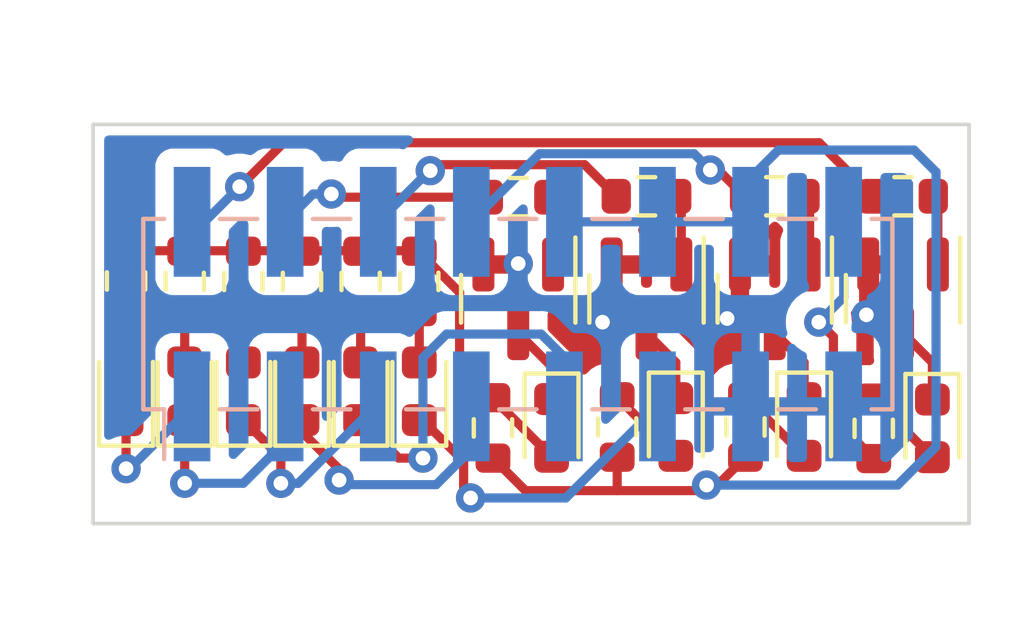
<source format=kicad_pcb>
(kicad_pcb (version 20221018) (generator pcbnew)
  (layers (0 "F.Cu" signal) (31 "B.Cu" signal) (34 "B.Paste" user) (35 "F.Paste" user) (36 "B.SilkS" user "B.Silkscreen") (37 "F.SilkS" user "F.Silkscreen") (38 "B.Mask" user) (39 "F.Mask" user) (44 "Edge.Cuts" user))
  (net 0 "")
  (net 1 "D1")
  (net 2 "Net-(D1-A)")
  (net 3 "Net-(D2-K)")
  (net 4 "Net-(D2-A)")
  (net 5 "Net-(D3-K)")
  (net 6 "Net-(D3-A)")
  (net 7 "Net-(D4-K)")
  (net 8 "Net-(D4-A)")
  (net 9 "D2")
  (net 10 "Net-(D5-A)")
  (net 11 "D3")
  (net 12 "Net-(D6-A)")
  (net 13 "D4")
  (net 14 "Net-(D7-A)")
  (net 15 "D5")
  (net 16 "Net-(D8-A)")
  (net 17 "D6")
  (net 18 "Net-(D9-A)")
  (net 19 "Net-(D10-K)")
  (net 20 "Net-(D10-A)")
  (net 21 "LAMP")
  (net 22 "M1")
  (net 23 "M2")
  (net 24 "M3")
  (net 25 "+5V")
  (net 26 "GND")
  (net 27 "+12V")
  (net 28 "Net-(Q1-G)")
  (net 29 "Net-(Q2-G)")
  (net 30 "Net-(Q3-G)")
  (net 31 "Net-(Q4-G)")
  (footprint "LED_SMD:LED_0603_1608Metric" (layer "F.Cu") (at 150.8 101.0875 90)
    (fp_text reference "D8" hide)
    (fp_text value "LED")
    (fp_line (start -1.485 -0.735) (end -1.485 0.735) (stroke (width 0.12)) (layer "F.SilkS"))
    (fp_line (start -1.485 0.735) (end 0.8 0.735) (stroke (width 0.12)) (layer "F.SilkS"))
    (fp_line (start 0.8 -0.735) (end -1.485 -0.735) (stroke (width 0.12)) (layer "F.SilkS"))
    (pad "1" smd roundrect (at -0.7875 0 90) (size 0.875 0.95) (layers "F.Cu" "F.Paste" "F.Mask") (net 15 "D5"))
    (pad "2" smd roundrect (at 0.7875 0 90) (size 0.875 0.95) (layers "F.Cu" "F.Paste" "F.Mask") (net 16 "Net-(D8-A)"))
  )
  (footprint "Resistor_SMD:R_0603_1608Metric" (layer "F.Cu") (at 147.6 98.0875 -90)
    (fp_text reference "R7" hide)
    (fp_text value "1k")
    (fp_line (start -0.237258 -0.5225) (end 0.237258 -0.5225) (stroke (width 0.12)) (layer "F.SilkS"))
    (fp_line (start -0.237258 0.5225) (end 0.237258 0.5225) (stroke (width 0.12)) (layer "F.SilkS"))
    (pad "1" smd roundrect (at -0.825 0 270) (size 0.8 0.95) (layers "F.Cu" "F.Paste" "F.Mask") (net 25 "+5V"))
    (pad "2" smd roundrect (at 0.825 0 270) (size 0.8 0.95) (layers "F.Cu" "F.Paste" "F.Mask") (net 12 "Net-(D6-A)"))
  )
  (footprint "Package_TO_SOT_SMD:SOT-23" (layer "F.Cu") (at 158.6 98.5625 -90)
    (fp_text reference "Q2" hide)
    (fp_text value "2N7002")
    (fp_line (start 0 -1.56) (end -1.675 -1.56) (stroke (width 0.12)) (layer "F.SilkS"))
    (fp_line (start 0 -1.56) (end 0.65 -1.56) (stroke (width 0.12)) (layer "F.SilkS"))
    (fp_line (start 0 1.56) (end -0.65 1.56) (stroke (width 0.12)) (layer "F.SilkS"))
    (fp_line (start 0 1.56) (end 0.65 1.56) (stroke (width 0.12)) (layer "F.SilkS"))
    (pad "1" smd roundrect (at -0.9375 -0.95 270) (size 1.475 0.6) (layers "F.Cu" "F.Paste" "F.Mask") (net 29 "Net-(Q2-G)"))
    (pad "2" smd roundrect (at -0.9375 0.95 270) (size 1.475 0.6) (layers "F.Cu" "F.Paste" "F.Mask") (net 26 "GND"))
    (pad "3" smd roundrect (at 0.9375 0 270) (size 1.475 0.6) (layers "F.Cu" "F.Paste" "F.Mask") (net 5 "Net-(D3-K)"))
  )
  (footprint "Package_TO_SOT_SMD:SOT-23" (layer "F.Cu") (at 165.6 98.5625 -90)
    (fp_text reference "Q4" hide)
    (fp_text value "2N7002")
    (fp_line (start 0 -1.56) (end -1.675 -1.56) (stroke (width 0.12)) (layer "F.SilkS"))
    (fp_line (start 0 -1.56) (end 0.65 -1.56) (stroke (width 0.12)) (layer "F.SilkS"))
    (fp_line (start 0 1.56) (end -0.65 1.56) (stroke (width 0.12)) (layer "F.SilkS"))
    (fp_line (start 0 1.56) (end 0.65 1.56) (stroke (width 0.12)) (layer "F.SilkS"))
    (pad "1" smd roundrect (at -0.9375 -0.95 270) (size 1.475 0.6) (layers "F.Cu" "F.Paste" "F.Mask") (net 31 "Net-(Q4-G)"))
    (pad "2" smd roundrect (at -0.9375 0.95 270) (size 1.475 0.6) (layers "F.Cu" "F.Paste" "F.Mask") (net 26 "GND"))
    (pad "3" smd roundrect (at 0.9375 0 270) (size 1.475 0.6) (layers "F.Cu" "F.Paste" "F.Mask") (net 19 "Net-(D10-K)"))
  )
  (footprint "LED_SMD:LED_0603_1608Metric" (layer "F.Cu") (at 152.4 101.0875 90)
    (fp_text reference "D9" hide)
    (fp_text value "LED")
    (fp_line (start -1.485 -0.735) (end -1.485 0.735) (stroke (width 0.12)) (layer "F.SilkS"))
    (fp_line (start -1.485 0.735) (end 0.8 0.735) (stroke (width 0.12)) (layer "F.SilkS"))
    (fp_line (start 0.8 -0.735) (end -1.485 -0.735) (stroke (width 0.12)) (layer "F.SilkS"))
    (pad "1" smd roundrect (at -0.7875 0 90) (size 0.875 0.95) (layers "F.Cu" "F.Paste" "F.Mask") (net 17 "D6"))
    (pad "2" smd roundrect (at 0.7875 0 90) (size 0.875 0.95) (layers "F.Cu" "F.Paste" "F.Mask") (net 18 "Net-(D9-A)"))
  )
  (footprint "Resistor_SMD:R_0603_1608Metric" (layer "F.Cu") (at 161.3 102.0625 90)
    (fp_text reference "R13" hide)
    (fp_text value "1k")
    (fp_line (start -0.237258 -0.5225) (end 0.237258 -0.5225) (stroke (width 0.12)) (layer "F.SilkS"))
    (fp_line (start -0.237258 0.5225) (end 0.237258 0.5225) (stroke (width 0.12)) (layer "F.SilkS"))
    (pad "1" smd roundrect (at -0.825 0 90) (size 0.8 0.95) (layers "F.Cu" "F.Paste" "F.Mask") (net 25 "+5V"))
    (pad "2" smd roundrect (at 0.825 0 90) (size 0.8 0.95) (layers "F.Cu" "F.Paste" "F.Mask") (net 8 "Net-(D4-A)"))
  )
  (footprint "Resistor_SMD:R_0603_1608Metric" (layer "F.Cu") (at 152.4 98.0875 -90)
    (fp_text reference "R10" hide)
    (fp_text value "1k")
    (fp_line (start -0.237258 -0.5225) (end 0.237258 -0.5225) (stroke (width 0.12)) (layer "F.SilkS"))
    (fp_line (start -0.237258 0.5225) (end 0.237258 0.5225) (stroke (width 0.12)) (layer "F.SilkS"))
    (pad "1" smd roundrect (at -0.825 0 270) (size 0.8 0.95) (layers "F.Cu" "F.Paste" "F.Mask") (net 25 "+5V"))
    (pad "2" smd roundrect (at 0.825 0 270) (size 0.8 0.95) (layers "F.Cu" "F.Paste" "F.Mask") (net 18 "Net-(D9-A)"))
  )
  (footprint "LED_SMD:LED_0603_1608Metric" (layer "F.Cu") (at 147.6 101.0875 90)
    (fp_text reference "D6" hide)
    (fp_text value "LED")
    (fp_line (start -1.485 -0.735) (end -1.485 0.735) (stroke (width 0.12)) (layer "F.SilkS"))
    (fp_line (start -1.485 0.735) (end 0.8 0.735) (stroke (width 0.12)) (layer "F.SilkS"))
    (fp_line (start 0.8 -0.735) (end -1.485 -0.735) (stroke (width 0.12)) (layer "F.SilkS"))
    (pad "1" smd roundrect (at -0.7875 0 90) (size 0.875 0.95) (layers "F.Cu" "F.Paste" "F.Mask") (net 11 "D3"))
    (pad "2" smd roundrect (at 0.7875 0 90) (size 0.875 0.95) (layers "F.Cu" "F.Paste" "F.Mask") (net 12 "Net-(D6-A)"))
  )
  (footprint "Resistor_SMD:R_0603_1608Metric" (layer "F.Cu") (at 155.11 95.7875)
    (fp_text reference "R2" hide)
    (fp_text value "100")
    (fp_line (start -0.237258 -0.5225) (end 0.237258 -0.5225) (stroke (width 0.12)) (layer "F.SilkS"))
    (fp_line (start -0.237258 0.5225) (end 0.237258 0.5225) (stroke (width 0.12)) (layer "F.SilkS"))
    (pad "1" smd roundrect (at -0.825 0) (size 0.8 0.95) (layers "F.Cu" "F.Paste" "F.Mask") (net 22 "M1"))
    (pad "2" smd roundrect (at 0.825 0) (size 0.8 0.95) (layers "F.Cu" "F.Paste" "F.Mask") (net 28 "Net-(Q1-G)"))
  )
  (footprint "LED_SMD:LED_0603_1608Metric" (layer "F.Cu") (at 149.2 101.0875 90)
    (fp_text reference "D7" hide)
    (fp_text value "LED")
    (fp_line (start -1.485 -0.735) (end -1.485 0.735) (stroke (width 0.12)) (layer "F.SilkS"))
    (fp_line (start -1.485 0.735) (end 0.8 0.735) (stroke (width 0.12)) (layer "F.SilkS"))
    (fp_line (start 0.8 -0.735) (end -1.485 -0.735) (stroke (width 0.12)) (layer "F.SilkS"))
    (pad "1" smd roundrect (at -0.7875 0 90) (size 0.875 0.95) (layers "F.Cu" "F.Paste" "F.Mask") (net 13 "D4"))
    (pad "2" smd roundrect (at 0.7875 0 90) (size 0.875 0.95) (layers "F.Cu" "F.Paste" "F.Mask") (net 14 "Net-(D7-A)"))
  )
  (footprint "Resistor_SMD:R_0603_1608Metric" (layer "F.Cu") (at 154.41 102.0875 90)
    (fp_text reference "R11" hide)
    (fp_text value "1k")
    (fp_line (start -0.237258 -0.5225) (end 0.237258 -0.5225) (stroke (width 0.12)) (layer "F.SilkS"))
    (fp_line (start -0.237258 0.5225) (end 0.237258 0.5225) (stroke (width 0.12)) (layer "F.SilkS"))
    (pad "1" smd roundrect (at -0.825 0 90) (size 0.8 0.95) (layers "F.Cu" "F.Paste" "F.Mask") (net 25 "+5V"))
    (pad "2" smd roundrect (at 0.825 0 90) (size 0.8 0.95) (layers "F.Cu" "F.Paste" "F.Mask") (net 4 "Net-(D2-A)"))
  )
  (footprint "Resistor_SMD:R_0603_1608Metric" (layer "F.Cu") (at 158.6 95.7625)
    (fp_text reference "R3" hide)
    (fp_text value "100")
    (fp_line (start -0.237258 -0.5225) (end 0.237258 -0.5225) (stroke (width 0.12)) (layer "F.SilkS"))
    (fp_line (start -0.237258 0.5225) (end 0.237258 0.5225) (stroke (width 0.12)) (layer "F.SilkS"))
    (pad "1" smd roundrect (at -0.825 0) (size 0.8 0.95) (layers "F.Cu" "F.Paste" "F.Mask") (net 23 "M2"))
    (pad "2" smd roundrect (at 0.825 0) (size 0.8 0.95) (layers "F.Cu" "F.Paste" "F.Mask") (net 29 "Net-(Q2-G)"))
  )
  (footprint "Resistor_SMD:R_0603_1608Metric" (layer "F.Cu") (at 164.8 102.1 90)
    (fp_text reference "R14" hide)
    (fp_text value "2.2k")
    (fp_line (start -0.237258 -0.5225) (end 0.237258 -0.5225) (stroke (width 0.12)) (layer "F.SilkS"))
    (fp_line (start -0.237258 0.5225) (end 0.237258 0.5225) (stroke (width 0.12)) (layer "F.SilkS"))
    (pad "1" smd roundrect (at -0.825 0 90) (size 0.8 0.95) (layers "F.Cu" "F.Paste" "F.Mask") (net 27 "+12V"))
    (pad "2" smd roundrect (at 0.825 0 90) (size 0.8 0.95) (layers "F.Cu" "F.Paste" "F.Mask") (net 20 "Net-(D10-A)"))
  )
  (footprint "Resistor_SMD:R_0603_1608Metric" (layer "F.Cu") (at 150.8 98.0875 -90)
    (fp_text reference "R9" hide)
    (fp_text value "1k")
    (fp_line (start -0.237258 -0.5225) (end 0.237258 -0.5225) (stroke (width 0.12)) (layer "F.SilkS"))
    (fp_line (start -0.237258 0.5225) (end 0.237258 0.5225) (stroke (width 0.12)) (layer "F.SilkS"))
    (pad "1" smd roundrect (at -0.825 0 270) (size 0.8 0.95) (layers "F.Cu" "F.Paste" "F.Mask") (net 25 "+5V"))
    (pad "2" smd roundrect (at 0.825 0 270) (size 0.8 0.95) (layers "F.Cu" "F.Paste" "F.Mask") (net 16 "Net-(D8-A)"))
  )
  (footprint "Resistor_SMD:R_0603_1608Metric" (layer "F.Cu") (at 162.1 95.7625)
    (fp_text reference "R4" hide)
    (fp_text value "100")
    (fp_line (start -0.237258 -0.5225) (end 0.237258 -0.5225) (stroke (width 0.12)) (layer "F.SilkS"))
    (fp_line (start -0.237258 0.5225) (end 0.237258 0.5225) (stroke (width 0.12)) (layer "F.SilkS"))
    (pad "1" smd roundrect (at -0.825 0) (size 0.8 0.95) (layers "F.Cu" "F.Paste" "F.Mask") (net 24 "M3"))
    (pad "2" smd roundrect (at 0.825 0) (size 0.8 0.95) (layers "F.Cu" "F.Paste" "F.Mask") (net 30 "Net-(Q3-G)"))
  )
  (footprint "LED_SMD:LED_0603_1608Metric" (layer "F.Cu") (at 166.4 102.1 -90)
    (fp_text reference "D10" hide)
    (fp_text value "LED")
    (fp_line (start -1.485 -0.735) (end -1.485 0.735) (stroke (width 0.12)) (layer "F.SilkS"))
    (fp_line (start -1.485 0.735) (end 0.8 0.735) (stroke (width 0.12)) (layer "F.SilkS"))
    (fp_line (start 0.8 -0.735) (end -1.485 -0.735) (stroke (width 0.12)) (layer "F.SilkS"))
    (pad "1" smd roundrect (at -0.7875 0 270) (size 0.875 0.95) (layers "F.Cu" "F.Paste" "F.Mask") (net 19 "Net-(D10-K)"))
    (pad "2" smd roundrect (at 0.7875 0 270) (size 0.875 0.95) (layers "F.Cu" "F.Paste" "F.Mask") (net 20 "Net-(D10-A)"))
  )
  (footprint "Resistor_SMD:R_0603_1608Metric" (layer "F.Cu") (at 165.6 95.7625)
    (fp_text reference "R5" hide)
    (fp_text value "100")
    (fp_line (start -0.237258 -0.5225) (end 0.237258 -0.5225) (stroke (width 0.12)) (layer "F.SilkS"))
    (fp_line (start -0.237258 0.5225) (end 0.237258 0.5225) (stroke (width 0.12)) (layer "F.SilkS"))
    (pad "1" smd roundrect (at -0.825 0) (size 0.8 0.95) (layers "F.Cu" "F.Paste" "F.Mask") (net 21 "LAMP"))
    (pad "2" smd roundrect (at 0.825 0) (size 0.8 0.95) (layers "F.Cu" "F.Paste" "F.Mask") (net 31 "Net-(Q4-G)"))
  )
  (footprint "LED_SMD:LED_0603_1608Metric" (layer "F.Cu") (at 144.4 101.0875 90)
    (fp_text reference "D1" hide)
    (fp_text value "LED")
    (fp_line (start -1.485 -0.735) (end -1.485 0.735) (stroke (width 0.12)) (layer "F.SilkS"))
    (fp_line (start -1.485 0.735) (end 0.8 0.735) (stroke (width 0.12)) (layer "F.SilkS"))
    (fp_line (start 0.8 -0.735) (end -1.485 -0.735) (stroke (width 0.12)) (layer "F.SilkS"))
    (pad "1" smd roundrect (at -0.7875 0 90) (size 0.875 0.95) (layers "F.Cu" "F.Paste" "F.Mask") (net 1 "D1"))
    (pad "2" smd roundrect (at 0.7875 0 90) (size 0.875 0.95) (layers "F.Cu" "F.Paste" "F.Mask") (net 2 "Net-(D1-A)"))
  )
  (footprint "Resistor_SMD:R_0603_1608Metric" (layer "F.Cu") (at 157.8 102.0625 90)
    (fp_text reference "R12" hide)
    (fp_text value "1k")
    (fp_line (start -0.237258 -0.5225) (end 0.237258 -0.5225) (stroke (width 0.12)) (layer "F.SilkS"))
    (fp_line (start -0.237258 0.5225) (end 0.237258 0.5225) (stroke (width 0.12)) (layer "F.SilkS"))
    (pad "1" smd roundrect (at -0.825 0 90) (size 0.8 0.95) (layers "F.Cu" "F.Paste" "F.Mask") (net 25 "+5V"))
    (pad "2" smd roundrect (at 0.825 0 90) (size 0.8 0.95) (layers "F.Cu" "F.Paste" "F.Mask") (net 6 "Net-(D3-A)"))
  )
  (footprint "Resistor_SMD:R_0603_1608Metric" (layer "F.Cu") (at 144.4 98.075 -90)
    (fp_text reference "R1" hide)
    (fp_text value "1k")
    (fp_line (start -0.237258 -0.5225) (end 0.237258 -0.5225) (stroke (width 0.12)) (layer "F.SilkS"))
    (fp_line (start -0.237258 0.5225) (end 0.237258 0.5225) (stroke (width 0.12)) (layer "F.SilkS"))
    (pad "1" smd roundrect (at -0.825 0 270) (size 0.8 0.95) (layers "F.Cu" "F.Paste" "F.Mask") (net 25 "+5V"))
    (pad "2" smd roundrect (at 0.825 0 270) (size 0.8 0.95) (layers "F.Cu" "F.Paste" "F.Mask") (net 2 "Net-(D1-A)"))
  )
  (footprint "Package_TO_SOT_SMD:SOT-23" (layer "F.Cu") (at 162.1 98.5625 -90)
    (fp_text reference "Q3" hide)
    (fp_text value "2N7002")
    (fp_line (start 0 -1.56) (end -1.675 -1.56) (stroke (width 0.12)) (layer "F.SilkS"))
    (fp_line (start 0 -1.56) (end 0.65 -1.56) (stroke (width 0.12)) (layer "F.SilkS"))
    (fp_line (start 0 1.56) (end -0.65 1.56) (stroke (width 0.12)) (layer "F.SilkS"))
    (fp_line (start 0 1.56) (end 0.65 1.56) (stroke (width 0.12)) (layer "F.SilkS"))
    (pad "1" smd roundrect (at -0.9375 -0.95 270) (size 1.475 0.6) (layers "F.Cu" "F.Paste" "F.Mask") (net 30 "Net-(Q3-G)"))
    (pad "2" smd roundrect (at -0.9375 0.95 270) (size 1.475 0.6) (layers "F.Cu" "F.Paste" "F.Mask") (net 26 "GND"))
    (pad "3" smd roundrect (at 0.9375 0 270) (size 1.475 0.6) (layers "F.Cu" "F.Paste" "F.Mask") (net 7 "Net-(D4-K)"))
  )
  (footprint "Resistor_SMD:R_0603_1608Metric" (layer "F.Cu") (at 149.2 98.0875 -90)
    (fp_text reference "R8" hide)
    (fp_text value "1k")
    (fp_line (start -0.237258 -0.5225) (end 0.237258 -0.5225) (stroke (width 0.12)) (layer "F.SilkS"))
    (fp_line (start -0.237258 0.5225) (end 0.237258 0.5225) (stroke (width 0.12)) (layer "F.SilkS"))
    (pad "1" smd roundrect (at -0.825 0 270) (size 0.8 0.95) (layers "F.Cu" "F.Paste" "F.Mask") (net 25 "+5V"))
    (pad "2" smd roundrect (at 0.825 0 270) (size 0.8 0.95) (layers "F.Cu" "F.Paste" "F.Mask") (net 14 "Net-(D7-A)"))
  )
  (footprint "LED_SMD:LED_0603_1608Metric" (layer "F.Cu") (at 162.9 102.0625 -90)
    (fp_text reference "D4" hide)
    (fp_text value "LED")
    (fp_line (start -1.485 -0.735) (end -1.485 0.735) (stroke (width 0.12)) (layer "F.SilkS"))
    (fp_line (start -1.485 0.735) (end 0.8 0.735) (stroke (width 0.12)) (layer "F.SilkS"))
    (fp_line (start 0.8 -0.735) (end -1.485 -0.735) (stroke (width 0.12)) (layer "F.SilkS"))
    (pad "1" smd roundrect (at -0.7875 0 270) (size 0.875 0.95) (layers "F.Cu" "F.Paste" "F.Mask") (net 7 "Net-(D4-K)"))
    (pad "2" smd roundrect (at 0.7875 0 270) (size 0.875 0.95) (layers "F.Cu" "F.Paste" "F.Mask") (net 8 "Net-(D4-A)"))
  )
  (footprint "LED_SMD:LED_0603_1608Metric" (layer "F.Cu") (at 159.4 102.0625 -90)
    (fp_text reference "D3" hide)
    (fp_text value "LED")
    (fp_line (start -1.485 -0.735) (end -1.485 0.735) (stroke (width 0.12)) (layer "F.SilkS"))
    (fp_line (start -1.485 0.735) (end 0.8 0.735) (stroke (width 0.12)) (layer "F.SilkS"))
    (fp_line (start 0.8 -0.735) (end -1.485 -0.735) (stroke (width 0.12)) (layer "F.SilkS"))
    (pad "1" smd roundrect (at -0.7875 0 270) (size 0.875 0.95) (layers "F.Cu" "F.Paste" "F.Mask") (net 5 "Net-(D3-K)"))
    (pad "2" smd roundrect (at 0.7875 0 270) (size 0.875 0.95) (layers "F.Cu" "F.Paste" "F.Mask") (net 6 "Net-(D3-A)"))
  )
  (footprint "LED_SMD:LED_0603_1608Metric" (layer "F.Cu") (at 146 101.0875 90)
    (fp_text reference "D5" hide)
    (fp_text value "LED")
    (fp_line (start -1.485 -0.735) (end -1.485 0.735) (stroke (width 0.12)) (layer "F.SilkS"))
    (fp_line (start -1.485 0.735) (end 0.8 0.735) (stroke (width 0.12)) (layer "F.SilkS"))
    (fp_line (start 0.8 -0.735) (end -1.485 -0.735) (stroke (width 0.12)) (layer "F.SilkS"))
    (pad "1" smd roundrect (at -0.7875 0 90) (size 0.875 0.95) (layers "F.Cu" "F.Paste" "F.Mask") (net 9 "D2"))
    (pad "2" smd roundrect (at 0.7875 0 90) (size 0.875 0.95) (layers "F.Cu" "F.Paste" "F.Mask") (net 10 "Net-(D5-A)"))
  )
  (footprint "Package_TO_SOT_SMD:SOT-23" (layer "F.Cu") (at 155.1 98.5625 -90)
    (fp_text reference "Q1" hide)
    (fp_text value "2N7002")
    (fp_line (start 0 -1.56) (end -1.675 -1.56) (stroke (width 0.12)) (layer "F.SilkS"))
    (fp_line (start 0 -1.56) (end 0.65 -1.56) (stroke (width 0.12)) (layer "F.SilkS"))
    (fp_line (start 0 1.56) (end -0.65 1.56) (stroke (width 0.12)) (layer "F.SilkS"))
    (fp_line (start 0 1.56) (end 0.65 1.56) (stroke (width 0.12)) (layer "F.SilkS"))
    (pad "1" smd roundrect (at -0.9375 -0.95 270) (size 1.475 0.6) (layers "F.Cu" "F.Paste" "F.Mask") (net 28 "Net-(Q1-G)"))
    (pad "2" smd roundrect (at -0.9375 0.95 270) (size 1.475 0.6) (layers "F.Cu" "F.Paste" "F.Mask") (net 26 "GND"))
    (pad "3" smd roundrect (at 0.9375 0 270) (size 1.475 0.6) (layers "F.Cu" "F.Paste" "F.Mask") (net 3 "Net-(D2-K)"))
  )
  (footprint "Resistor_SMD:R_0603_1608Metric" (layer "F.Cu") (at 146 98.0875 -90)
    (fp_text reference "R6" hide)
    (fp_text value "1k")
    (fp_line (start -0.237258 -0.5225) (end 0.237258 -0.5225) (stroke (width 0.12)) (layer "F.SilkS"))
    (fp_line (start -0.237258 0.5225) (end 0.237258 0.5225) (stroke (width 0.12)) (layer "F.SilkS"))
    (pad "1" smd roundrect (at -0.825 0 270) (size 0.8 0.95) (layers "F.Cu" "F.Paste" "F.Mask") (net 25 "+5V"))
    (pad "2" smd roundrect (at 0.825 0 270) (size 0.8 0.95) (layers "F.Cu" "F.Paste" "F.Mask") (net 10 "Net-(D5-A)"))
  )
  (footprint "LED_SMD:LED_0603_1608Metric" (layer "F.Cu") (at 156.01 102.0875 -90)
    (fp_text reference "D2" hide)
    (fp_text value "LED")
    (fp_line (start -1.485 -0.735) (end -1.485 0.735) (stroke (width 0.12)) (layer "F.SilkS"))
    (fp_line (start -1.485 0.735) (end 0.8 0.735) (stroke (width 0.12)) (layer "F.SilkS"))
    (fp_line (start 0.8 -0.735) (end -1.485 -0.735) (stroke (width 0.12)) (layer "F.SilkS"))
    (pad "1" smd roundrect (at -0.7875 0 270) (size 0.875 0.95) (layers "F.Cu" "F.Paste" "F.Mask") (net 3 "Net-(D2-K)"))
    (pad "2" smd roundrect (at 0.7875 0 270) (size 0.875 0.95) (layers "F.Cu" "F.Paste" "F.Mask") (net 4 "Net-(D2-A)"))
  )
  (footprint "Connector_PinSocket_2.54mm:PinSocket_2x08_P2.54mm_Vertical_SMD" (layer "B.Cu") (at 155.09 98.98 -90)
    (fp_text reference "J1" hide)
    (fp_text value "Conn_02x08_Odd_Even")
    (fp_line (start -2.6 -10.22) (end 2.6 -10.22) (stroke (width 0.12)) (layer "B.SilkS"))
    (fp_line (start -2.6 -9.65) (end -2.6 -10.22) (stroke (width 0.12)) (layer "B.SilkS"))
    (fp_line (start -2.6 -7.11) (end -2.6 -8.13) (stroke (width 0.12)) (layer "B.SilkS"))
    (fp_line (start -2.6 -4.57) (end -2.6 -5.59) (stroke (width 0.12)) (layer "B.SilkS"))
    (fp_line (start -2.6 -2.03) (end -2.6 -3.05) (stroke (width 0.12)) (layer "B.SilkS"))
    (fp_line (start -2.6 0.51) (end -2.6 -0.51) (stroke (width 0.12)) (layer "B.SilkS"))
    (fp_line (start -2.6 3.05) (end -2.6 2.03) (stroke (width 0.12)) (layer "B.SilkS"))
    (fp_line (start -2.6 5.59) (end -2.6 4.57) (stroke (width 0.12)) (layer "B.SilkS"))
    (fp_line (start -2.6 8.13) (end -2.6 7.11) (stroke (width 0.12)) (layer "B.SilkS"))
    (fp_line (start -2.6 10.22) (end -2.6 9.65) (stroke (width 0.12)) (layer "B.SilkS"))
    (fp_line (start -2.6 10.22) (end 2.6 10.22) (stroke (width 0.12)) (layer "B.SilkS"))
    (fp_line (start 2.6 -9.65) (end 2.6 -10.22) (stroke (width 0.12)) (layer "B.SilkS"))
    (fp_line (start 2.6 -7.11) (end 2.6 -8.13) (stroke (width 0.12)) (layer "B.SilkS"))
    (fp_line (start 2.6 -4.57) (end 2.6 -5.59) (stroke (width 0.12)) (layer "B.SilkS"))
    (fp_line (start 2.6 -2.03) (end 2.6 -3.05) (stroke (width 0.12)) (layer "B.SilkS"))
    (fp_line (start 2.6 0.51) (end 2.6 -0.51) (stroke (width 0.12)) (layer "B.SilkS"))
    (fp_line (start 2.6 3.05) (end 2.6 2.03) (stroke (width 0.12)) (layer "B.SilkS"))
    (fp_line (start 2.6 5.59) (end 2.6 4.57) (stroke (width 0.12)) (layer "B.SilkS"))
    (fp_line (start 2.6 8.13) (end 2.6 7.11) (stroke (width 0.12)) (layer "B.SilkS"))
    (fp_line (start 2.6 9.65) (end 3.96 9.65) (stroke (width 0.12)) (layer "B.SilkS"))
    (fp_line (start 2.6 10.22) (end 2.6 9.65) (stroke (width 0.12)) (layer "B.SilkS"))
    (pad "1" smd rect (at 2.52 8.89 270) (size 3 1) (layers "B.Cu" "B.Paste" "B.Mask") (net 1 "D1"))
    (pad "2" smd rect (at -2.52 8.89 270) (size 3 1) (layers "B.Cu" "B.Paste" "B.Mask") (net 21 "LAMP"))
    (pad "3" smd rect (at 2.52 6.35 270) (size 3 1) (layers "B.Cu" "B.Paste" "B.Mask") (net 9 "D2"))
    (pad "4" smd rect (at -2.52 6.35 270) (size 3 1) (layers "B.Cu" "B.Paste" "B.Mask") (net 22 "M1"))
    (pad "5" smd rect (at 2.52 3.81 270) (size 3 1) (layers "B.Cu" "B.Paste" "B.Mask") (net 11 "D3"))
    (pad "6" smd rect (at -2.52 3.81 270) (size 3 1) (layers "B.Cu" "B.Paste" "B.Mask") (net 23 "M2"))
    (pad "7" smd rect (at 2.52 1.27 270) (size 3 1) (layers "B.Cu" "B.Paste" "B.Mask") (net 13 "D4"))
    (pad "8" smd rect (at -2.52 1.27 270) (size 3 1) (layers "B.Cu" "B.Paste" "B.Mask") (net 24 "M3"))
    (pad "9" smd rect (at 2.52 -1.27 270) (size 3 1) (layers "B.Cu" "B.Paste" "B.Mask") (net 15 "D5"))
    (pad "10" smd rect (at -2.52 -1.27 270) (size 3 1) (layers "B.Cu" "B.Paste" "B.Mask") (net 25 "+5V"))
    (pad "11" smd rect (at 2.52 -3.81 270) (size 3 1) (layers "B.Cu" "B.Paste" "B.Mask") (net 17 "D6"))
    (pad "12" smd rect (at -2.52 -3.81 270) (size 3 1) (layers "B.Cu" "B.Paste" "B.Mask") (net 25 "+5V"))
    (pad "13" smd rect (at 2.52 -6.35 270) (size 3 1) (layers "B.Cu" "B.Paste" "B.Mask") (net 26 "GND"))
    (pad "14" smd rect (at -2.52 -6.35 270) (size 3 1) (layers "B.Cu" "B.Paste" "B.Mask") (net 25 "+5V"))
    (pad "15" smd rect (at 2.52 -8.89 270) (size 3 1) (layers "B.Cu" "B.Paste" "B.Mask") (net 26 "GND"))
    (pad "16" smd rect (at -2.52 -8.89 270) (size 3 1) (layers "B.Cu" "B.Paste" "B.Mask") (net 27 "+12V"))
  )
  (gr_rect (start 143.5 93.8) (end 167.4 104.7) (stroke (width 0.1)) (fill none) (layer "Edge.Cuts"))
  (segment (start 144.4 103.2) (end 144.4 101.875) (width 0.25) (layer "F.Cu") (net 1))
  (via (at 144.4 103.2) (size 0.8) (drill 0.4) (layers "F.Cu" "B.Cu") (net 1))
  (segment (start 144.5 103.2) (end 146.2 101.5) (width 0.25) (layer "B.Cu") (net 1))
  (segment (start 144.4 103.2) (end 144.5 103.2) (width 0.25) (layer "B.Cu") (net 1))
  (segment (start 144.4 100.3) (end 144.4 98.9) (width 0.25) (layer "F.Cu") (net 2))
  (segment (start 156.01 100.41) (end 155.1 99.5) (width 0.25) (layer "F.Cu") (net 3))
  (segment (start 156.01 101.3) (end 156.01 100.41) (width 0.25) (layer "F.Cu") (net 3))
  (segment (start 154.41 101.2625) (end 154.41 101.275) (width 0.25) (layer "F.Cu") (net 4))
  (segment (start 154.41 101.275) (end 156.01 102.875) (width 0.25) (layer "F.Cu") (net 4))
  (segment (start 159.4 101.275) (end 159.4 100.3) (width 0.25) (layer "F.Cu") (net 5))
  (segment (start 159.4 100.3) (end 158.6 99.5) (width 0.25) (layer "F.Cu") (net 5))
  (segment (start 157.8 101.2375) (end 157.8 101.25) (width 0.25) (layer "F.Cu") (net 6))
  (segment (start 157.8 101.25) (end 159.4 102.85) (width 0.25) (layer "F.Cu") (net 6))
  (segment (start 162.9 101.275) (end 162.9 100.3) (width 0.25) (layer "F.Cu") (net 7))
  (segment (start 162.9 100.3) (end 162.1 99.5) (width 0.25) (layer "F.Cu") (net 7))
  (segment (start 161.3 101.25) (end 162.9 102.85) (width 0.25) (layer "F.Cu") (net 8))
  (segment (start 161.3 101.2375) (end 161.3 101.25) (width 0.25) (layer "F.Cu") (net 8))
  (segment (start 146 103.599502) (end 146 101.875) (width 0.25) (layer "F.Cu") (net 9))
  (via (at 146 103.599502) (size 0.8) (drill 0.4) (layers "F.Cu" "B.Cu") (net 9))
  (segment (start 146 103.599502) (end 147.600498 103.599502) (width 0.25) (layer "B.Cu") (net 9))
  (segment (start 147.600498 103.599502) (end 148.74 102.46) (width 0.25) (layer "B.Cu") (net 9))
  (segment (start 148.74 102.46) (end 148.74 101.5) (width 0.25) (layer "B.Cu") (net 9))
  (segment (start 146 100.3) (end 146 98.9125) (width 0.25) (layer "F.Cu") (net 10))
  (segment (start 148.623618 103.600981) (end 148.623618 102.898618) (width 0.25) (layer "F.Cu") (net 11))
  (segment (start 148.623618 102.898618) (end 147.6 101.875) (width 0.25) (layer "F.Cu") (net 11))
  (via (at 148.623618 103.600981) (size 0.8) (drill 0.4) (layers "F.Cu" "B.Cu") (net 11))
  (segment (start 149.099019 103.600981) (end 151.2 101.5) (width 0.25) (layer "B.Cu") (net 11))
  (segment (start 148.623618 103.600981) (end 149.099019 103.600981) (width 0.25) (layer "B.Cu") (net 11))
  (segment (start 151.2 101.5) (end 151.28 101.5) (width 0.25) (layer "B.Cu") (net 11))
  (segment (start 147.6 100.3) (end 147.6 98.9125) (width 0.25) (layer "F.Cu") (net 12))
  (segment (start 150.212299 103.512299) (end 150.212299 103.212299) (width 0.25) (layer "F.Cu") (net 13))
  (segment (start 149.2 102.2) (end 149.2 101.875) (width 0.25) (layer "F.Cu") (net 13))
  (segment (start 150.212299 103.212299) (end 149.2 102.2) (width 0.25) (layer "F.Cu") (net 13))
  (via (at 150.212299 103.512299) (size 0.8) (drill 0.4) (layers "F.Cu" "B.Cu") (net 13))
  (segment (start 153.82 102.68) (end 153.82 101.5) (width 0.25) (layer "B.Cu") (net 13))
  (segment (start 150.212299 103.512299) (end 150.336999 103.636999) (width 0.25) (layer "B.Cu") (net 13))
  (segment (start 150.336999 103.636999) (end 152.863001 103.636999) (width 0.25) (layer "B.Cu") (net 13))
  (segment (start 152.863001 103.636999) (end 153.82 102.68) (width 0.25) (layer "B.Cu") (net 13))
  (segment (start 149.2 100.3) (end 149.2 98.9125) (width 0.25) (layer "F.Cu") (net 14))
  (segment (start 152.5 102.911999) (end 151.836999 102.911999) (width 0.25) (layer "F.Cu") (net 15))
  (segment (start 151.836999 102.911999) (end 150.8 101.875) (width 0.25) (layer "F.Cu") (net 15))
  (via (at 152.5 102.911999) (size 0.8) (drill 0.4) (layers "F.Cu" "B.Cu") (net 15))
  (segment (start 155.725 99.525) (end 156.36 100.16) (width 0.25) (layer "B.Cu") (net 15))
  (segment (start 152.5 102.911999) (end 152.5 100.17) (width 0.25) (layer "B.Cu") (net 15))
  (segment (start 152.5 100.17) (end 153.145 99.525) (width 0.25) (layer "B.Cu") (net 15))
  (segment (start 153.145 99.525) (end 155.725 99.525) (width 0.25) (layer "B.Cu") (net 15))
  (segment (start 156.36 100.16) (end 156.36 101.5) (width 0.25) (layer "B.Cu") (net 15))
  (segment (start 150.8 100.3) (end 150.8 98.9125) (width 0.25) (layer "F.Cu") (net 16))
  (segment (start 153.61 103.81) (end 153.8 104) (width 0.25) (layer "F.Cu") (net 17))
  (segment (start 153.61 102.996694) (end 153.61 103.81) (width 0.25) (layer "F.Cu") (net 17))
  (segment (start 152.4 101.875) (end 152.488306 101.875) (width 0.25) (layer "F.Cu") (net 17))
  (segment (start 152.488306 101.875) (end 153.61 102.996694) (width 0.25) (layer "F.Cu") (net 17))
  (via (at 153.8 104) (size 0.8) (drill 0.4) (layers "F.Cu" "B.Cu") (net 17))
  (segment (start 156.4 104) (end 158.9 101.5) (width 0.25) (layer "B.Cu") (net 17))
  (segment (start 153.8 104) (end 156.4 104) (width 0.25) (layer "B.Cu") (net 17))
  (segment (start 152.4 100.3) (end 152.4 98.9125) (width 0.25) (layer "F.Cu") (net 18))
  (segment (start 166.4 101.3125) (end 166.4 100.3) (width 0.25) (layer "F.Cu") (net 19))
  (segment (start 166.4 100.3) (end 165.6 99.5) (width 0.25) (layer "F.Cu") (net 19))
  (segment (start 164.8 101.275) (end 164.8 101.2875) (width 0.25) (layer "F.Cu") (net 20))
  (segment (start 164.8 101.2875) (end 166.4 102.8875) (width 0.25) (layer "F.Cu") (net 20))
  (segment (start 148.7 94.3) (end 147.5 95.5) (width 0.25) (layer "F.Cu") (net 21))
  (segment (start 148.7 94.3) (end 163.3125 94.3) (width 0.25) (layer "F.Cu") (net 21))
  (segment (start 164.775 95.7625) (end 163.3125 94.3) (width 0.25) (layer "F.Cu") (net 21))
  (via (at 147.5 95.5) (size 0.8) (drill 0.4) (layers "F.Cu" "B.Cu") (net 21))
  (segment (start 146.54 96.46) (end 147.5 95.5) (width 0.25) (layer "B.Cu") (net 21))
  (segment (start 146.2 96.46) (end 146.54 96.46) (width 0.25) (layer "B.Cu") (net 21))
  (segment (start 150 95.7) (end 150.0875 95.7875) (width 0.25) (layer "F.Cu") (net 22))
  (segment (start 150.0875 95.7875) (end 154.285 95.7875) (width 0.25) (layer "F.Cu") (net 22))
  (via (at 150 95.7) (size 0.8) (drill 0.4) (layers "F.Cu" "B.Cu") (net 22))
  (segment (start 148.74 96.46) (end 149.5 95.7) (width 0.25) (layer "B.Cu") (net 22))
  (segment (start 149.5 95.7) (end 150 95.7) (width 0.25) (layer "B.Cu") (net 22))
  (segment (start 152.7 95.063) (end 152.863 94.9) (width 0.25) (layer "F.Cu") (net 23))
  (segment (start 156.9125 94.9) (end 157.775 95.7625) (width 0.25) (layer "F.Cu") (net 23))
  (segment (start 152.863 94.9) (end 156.9125 94.9) (width 0.25) (layer "F.Cu") (net 23))
  (via (at 152.7 95.063) (size 0.8) (drill 0.4) (layers "F.Cu" "B.Cu") (net 23))
  (segment (start 152.7 95.063) (end 152.677 95.063) (width 0.25) (layer "B.Cu") (net 23))
  (segment (start 152.677 95.063) (end 151.28 96.46) (width 0.25) (layer "B.Cu") (net 23))
  (segment (start 160.340498 95.04375) (end 160.55625 95.04375) (width 0.25) (layer "F.Cu") (net 24))
  (segment (start 160.55625 95.04375) (end 161.275 95.7625) (width 0.25) (layer "F.Cu") (net 24))
  (via (at 160.340498 95.04375) (size 0.8) (drill 0.4) (layers "F.Cu" "B.Cu") (net 24))
  (segment (start 160.340498 95.04375) (end 159.896748 94.6) (width 0.25) (layer "B.Cu") (net 24))
  (segment (start 155.68 94.6) (end 153.82 96.46) (width 0.25) (layer "B.Cu") (net 24))
  (segment (start 159.896748 94.6) (end 155.68 94.6) (width 0.25) (layer "B.Cu") (net 24))
  (segment (start 160.539594 103.647906) (end 161.3 102.8875) (width 0.25) (layer "F.Cu") (net 25))
  (segment (start 157.8 103.8) (end 160.088228 103.8) (width 0.25) (layer "F.Cu") (net 25))
  (segment (start 144.4 97.25) (end 152.3875 97.25) (width 0.25) (layer "F.Cu") (net 25))
  (segment (start 160.240322 103.647906) (end 160.539594 103.647906) (width 0.25) (layer "F.Cu") (net 25))
  (segment (start 154.3125 102.9125) (end 154.41 102.9125) (width 0.25) (layer "F.Cu") (net 25))
  (segment (start 153.5 98.388408) (end 152.4 97.288408) (width 0.25) (layer "F.Cu") (net 25))
  (segment (start 153.5 102.1) (end 154.3125 102.9125) (width 0.25) (layer "F.Cu") (net 25))
  (segment (start 153.5 102.1) (end 153.5 98.388408) (width 0.25) (layer "F.Cu") (net 25))
  (segment (start 155.2975 103.8) (end 157.8 103.8) (width 0.25) (layer "F.Cu") (net 25))
  (segment (start 157.8 102.8875) (end 157.8 103.8) (width 0.25) (layer "F.Cu") (net 25))
  (segment (start 160.088228 103.8) (end 160.240322 103.647906) (width 0.25) (layer "F.Cu") (net 25))
  (segment (start 154.41 102.9125) (end 155.2975 103.8) (width 0.25) (layer "F.Cu") (net 25))
  (segment (start 152.4 97.288408) (end 152.4 97.2625) (width 0.25) (layer "F.Cu") (net 25))
  (segment (start 152.3875 97.25) (end 152.4 97.2625) (width 0.25) (layer "F.Cu") (net 25))
  (via (at 160.240322 103.647906) (size 0.8) (drill 0.4) (layers "F.Cu" "B.Cu") (net 25))
  (segment (start 166.5 95.1) (end 166.5 102.6) (width 0.25) (layer "B.Cu") (net 25))
  (segment (start 165.9 94.5) (end 166.5 95.1) (width 0.25) (layer "B.Cu") (net 25))
  (segment (start 162.2 94.5) (end 165.9 94.5) (width 0.25) (layer "B.Cu") (net 25))
  (segment (start 161.44 96.46) (end 161.44 95.26) (width 0.25) (layer "B.Cu") (net 25))
  (segment (start 161.44 95.26) (end 162.2 94.5) (width 0.25) (layer "B.Cu") (net 25))
  (segment (start 166.5 102.6) (end 165.452094 103.647906) (width 0.25) (layer "B.Cu") (net 25))
  (segment (start 156.36 96.46) (end 161.44 96.46) (width 0.25) (layer "B.Cu") (net 25))
  (segment (start 165.452094 103.647906) (end 160.240322 103.647906) (width 0.25) (layer "B.Cu") (net 25))
  (via (at 164.6 99) (size 0.8) (drill 0.4) (layers "F.Cu" "B.Cu") (net 26))
  (via (at 155.1 97.6) (size 0.8) (drill 0.4) (layers "F.Cu" "B.Cu") (net 26))
  (via (at 157.4 99.2) (size 0.8) (drill 0.4) (layers "F.Cu" "B.Cu") (net 26))
  (via (at 160.8 99.1) (size 0.8) (drill 0.4) (layers "F.Cu" "B.Cu") (net 26))
  (segment (start 163.7 101.825) (end 163.7 99.6) (width 0.25) (layer "F.Cu") (net 27))
  (segment (start 163.7 99.6) (end 163.3 99.2) (width 0.25) (layer "F.Cu") (net 27))
  (segment (start 164.8 102.925) (end 163.7 101.825) (width 0.25) (layer "F.Cu") (net 27))
  (via (at 163.3 99.2) (size 0.8) (drill 0.4) (layers "F.Cu" "B.Cu") (net 27))
  (segment (start 163.98 96.46) (end 163.98 98.52) (width 0.25) (layer "B.Cu") (net 27))
  (segment (start 163.98 98.52) (end 163.3 99.2) (width 0.25) (layer "B.Cu") (net 27))
  (segment (start 156.05 97.625) (end 156.05 95.9025) (width 0.25) (layer "F.Cu") (net 28))
  (segment (start 156.05 95.9025) (end 155.935 95.7875) (width 0.25) (layer "F.Cu") (net 28))
  (segment (start 159.55 97.625) (end 159.55 95.8875) (width 0.25) (layer "F.Cu") (net 29))
  (segment (start 159.55 95.8875) (end 159.425 95.7625) (width 0.25) (layer "F.Cu") (net 29))
  (segment (start 163.05 97.625) (end 163.05 95.8875) (width 0.25) (layer "F.Cu") (net 30))
  (segment (start 163.05 95.8875) (end 162.925 95.7625) (width 0.25) (layer "F.Cu") (net 30))
  (segment (start 166.55 95.8875) (end 166.425 95.7625) (width 0.25) (layer "F.Cu") (net 31))
  (segment (start 166.55 97.625) (end 166.55 95.8875) (width 0.25) (layer "F.Cu") (net 31))
  (zone (net 26) (net_name "GND") (layers "F&B.Cu") (connect_pads (clearance 0.5)) (min_thickness 0.25) (fill yes (thermal_gap 0.5) (thermal_bridge_width 0.5))
    (polygon (pts (xy 140.96 91.86) (xy 140.96 107.1) (xy 168.9 107.1) (xy 168.9 91.86)))
  )
)
</source>
